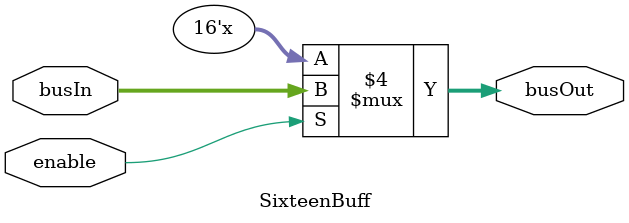
<source format=v>
`timescale 1ns / 1ps
module SixteenBuff(
    input [15:0] busIn,
    input enable,
    output reg [15:0] busOut
    );
	 
	always@(*) begin
		if(enable == 1'b1) begin
			busOut <= busIn;
		end
		else begin
			busOut <= 16'bZZZZ_ZZZZ_ZZZZ_ZZZZ;
		end
	end


endmodule

</source>
